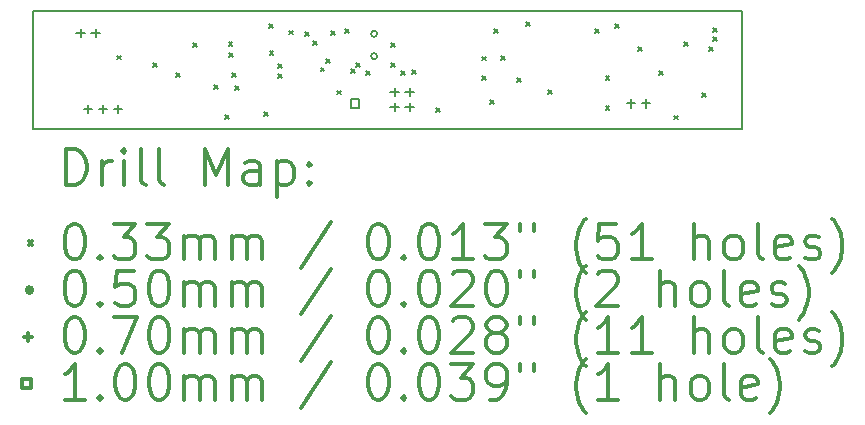
<source format=gbr>
%FSLAX45Y45*%
G04 Gerber Fmt 4.5, Leading zero omitted, Abs format (unit mm)*
G04 Created by KiCad (PCBNEW 5.0.1) date Sun 09 Dec 2018 03:50:43 PM EST*
%MOMM*%
%LPD*%
G01*
G04 APERTURE LIST*
%ADD10C,0.152400*%
%ADD11C,0.200000*%
%ADD12C,0.300000*%
G04 APERTURE END LIST*
D10*
X2500000Y-6000000D02*
X2500000Y-5000000D01*
X8500000Y-6000000D02*
X2500000Y-6000000D01*
X8500000Y-5000000D02*
X8500000Y-6000000D01*
X2500000Y-5000000D02*
X8500000Y-5000000D01*
D11*
X3211490Y-5378490D02*
X3244510Y-5411510D01*
X3244510Y-5378490D02*
X3211490Y-5411510D01*
X3515490Y-5444490D02*
X3548510Y-5477510D01*
X3548510Y-5444490D02*
X3515490Y-5477510D01*
X3707490Y-5524490D02*
X3740510Y-5557510D01*
X3740510Y-5524490D02*
X3707490Y-5557510D01*
X3854042Y-5272502D02*
X3887062Y-5305522D01*
X3887062Y-5272502D02*
X3854042Y-5305522D01*
X4026490Y-5624490D02*
X4059510Y-5657510D01*
X4059510Y-5624490D02*
X4026490Y-5657510D01*
X4124020Y-5878490D02*
X4157040Y-5911510D01*
X4157040Y-5878490D02*
X4124020Y-5911510D01*
X4152490Y-5267490D02*
X4185510Y-5300510D01*
X4185510Y-5267490D02*
X4152490Y-5300510D01*
X4159661Y-5359936D02*
X4192681Y-5392956D01*
X4192681Y-5359936D02*
X4159661Y-5392956D01*
X4184386Y-5528589D02*
X4217406Y-5561609D01*
X4217406Y-5528589D02*
X4184386Y-5561609D01*
X4211490Y-5637490D02*
X4244510Y-5670510D01*
X4244510Y-5637490D02*
X4211490Y-5670510D01*
X4456490Y-5853490D02*
X4489510Y-5886510D01*
X4489510Y-5853490D02*
X4456490Y-5886510D01*
X4491928Y-5114410D02*
X4524948Y-5147430D01*
X4524948Y-5114410D02*
X4491928Y-5147430D01*
X4499490Y-5337490D02*
X4532510Y-5370510D01*
X4532510Y-5337490D02*
X4499490Y-5370510D01*
X4569490Y-5447490D02*
X4602510Y-5480510D01*
X4602510Y-5447490D02*
X4569490Y-5480510D01*
X4569490Y-5537490D02*
X4602510Y-5570510D01*
X4602510Y-5537490D02*
X4569490Y-5570510D01*
X4662700Y-5166679D02*
X4695720Y-5199699D01*
X4695720Y-5166679D02*
X4662700Y-5199699D01*
X4801490Y-5181490D02*
X4834510Y-5214510D01*
X4834510Y-5181490D02*
X4801490Y-5214510D01*
X4864490Y-5253490D02*
X4897510Y-5286510D01*
X4897510Y-5253490D02*
X4864490Y-5286510D01*
X4931252Y-5479680D02*
X4964272Y-5512700D01*
X4964272Y-5479680D02*
X4931252Y-5512700D01*
X4976668Y-5404736D02*
X5009688Y-5437756D01*
X5009688Y-5404736D02*
X4976668Y-5437756D01*
X5020405Y-5168490D02*
X5053425Y-5201510D01*
X5053425Y-5168490D02*
X5020405Y-5201510D01*
X5067592Y-5675001D02*
X5100612Y-5708021D01*
X5100612Y-5675001D02*
X5067592Y-5708021D01*
X5135490Y-5153490D02*
X5168510Y-5186510D01*
X5168510Y-5153490D02*
X5135490Y-5186510D01*
X5187606Y-5493559D02*
X5220626Y-5526579D01*
X5220626Y-5493559D02*
X5187606Y-5526579D01*
X5228490Y-5442490D02*
X5261510Y-5475510D01*
X5261510Y-5442490D02*
X5228490Y-5475510D01*
X5319490Y-5510490D02*
X5352510Y-5543510D01*
X5352510Y-5510490D02*
X5319490Y-5543510D01*
X5528490Y-5272490D02*
X5561510Y-5305510D01*
X5561510Y-5272490D02*
X5528490Y-5305510D01*
X5528490Y-5445409D02*
X5561510Y-5478429D01*
X5561510Y-5445409D02*
X5528490Y-5478429D01*
X5613250Y-5511450D02*
X5646270Y-5544470D01*
X5646270Y-5511450D02*
X5613250Y-5544470D01*
X5703490Y-5497490D02*
X5736510Y-5530510D01*
X5736510Y-5497490D02*
X5703490Y-5530510D01*
X5908490Y-5822490D02*
X5941510Y-5855510D01*
X5941510Y-5822490D02*
X5908490Y-5855510D01*
X6298801Y-5387179D02*
X6331821Y-5420199D01*
X6331821Y-5387179D02*
X6298801Y-5420199D01*
X6298801Y-5552490D02*
X6331821Y-5585510D01*
X6331821Y-5552490D02*
X6298801Y-5585510D01*
X6364242Y-5754701D02*
X6397262Y-5787721D01*
X6397262Y-5754701D02*
X6364242Y-5787721D01*
X6398490Y-5152490D02*
X6431510Y-5185510D01*
X6431510Y-5152490D02*
X6398490Y-5185510D01*
X6456490Y-5380490D02*
X6489510Y-5413510D01*
X6489510Y-5380490D02*
X6456490Y-5413510D01*
X6596490Y-5569490D02*
X6629510Y-5602510D01*
X6629510Y-5569490D02*
X6596490Y-5602510D01*
X6673490Y-5092490D02*
X6706510Y-5125510D01*
X6706510Y-5092490D02*
X6673490Y-5125510D01*
X6859242Y-5669701D02*
X6892262Y-5702721D01*
X6892262Y-5669701D02*
X6859242Y-5702721D01*
X7258490Y-5152891D02*
X7291510Y-5185911D01*
X7291510Y-5152891D02*
X7258490Y-5185911D01*
X7344242Y-5554701D02*
X7377262Y-5587721D01*
X7377262Y-5554701D02*
X7344242Y-5587721D01*
X7344242Y-5804701D02*
X7377262Y-5837721D01*
X7377262Y-5804701D02*
X7344242Y-5837721D01*
X7423490Y-5112490D02*
X7456510Y-5145510D01*
X7456510Y-5112490D02*
X7423490Y-5145510D01*
X7623490Y-5307490D02*
X7656510Y-5340510D01*
X7656510Y-5307490D02*
X7623490Y-5340510D01*
X7795490Y-5509490D02*
X7828510Y-5542510D01*
X7828510Y-5509490D02*
X7795490Y-5542510D01*
X7925490Y-5886490D02*
X7958510Y-5919510D01*
X7958510Y-5886490D02*
X7925490Y-5919510D01*
X8008490Y-5267490D02*
X8041510Y-5300510D01*
X8041510Y-5267490D02*
X8008490Y-5300510D01*
X8158490Y-5692490D02*
X8191510Y-5725510D01*
X8191510Y-5692490D02*
X8158490Y-5725510D01*
X8218490Y-5307490D02*
X8251510Y-5340510D01*
X8251510Y-5307490D02*
X8218490Y-5340510D01*
X8258490Y-5142490D02*
X8291510Y-5175510D01*
X8291510Y-5142490D02*
X8258490Y-5175510D01*
X8258490Y-5220460D02*
X8291510Y-5253480D01*
X8291510Y-5220460D02*
X8258490Y-5253480D01*
X5410000Y-5194000D02*
G75*
G03X5410000Y-5194000I-25000J0D01*
G01*
X5410000Y-5384000D02*
G75*
G03X5410000Y-5384000I-25000J0D01*
G01*
X7563000Y-5749000D02*
X7563000Y-5819000D01*
X7528000Y-5784000D02*
X7598000Y-5784000D01*
X7690000Y-5749000D02*
X7690000Y-5819000D01*
X7655000Y-5784000D02*
X7725000Y-5784000D01*
X5558000Y-5649000D02*
X5558000Y-5719000D01*
X5523000Y-5684000D02*
X5593000Y-5684000D01*
X5558000Y-5776000D02*
X5558000Y-5846000D01*
X5523000Y-5811000D02*
X5593000Y-5811000D01*
X5685000Y-5649000D02*
X5685000Y-5719000D01*
X5650000Y-5684000D02*
X5720000Y-5684000D01*
X5685000Y-5776000D02*
X5685000Y-5846000D01*
X5650000Y-5811000D02*
X5720000Y-5811000D01*
X2900000Y-5155000D02*
X2900000Y-5225000D01*
X2865000Y-5190000D02*
X2935000Y-5190000D01*
X3027000Y-5155000D02*
X3027000Y-5225000D01*
X2992000Y-5190000D02*
X3062000Y-5190000D01*
X2960000Y-5795000D02*
X2960000Y-5865000D01*
X2925000Y-5830000D02*
X2995000Y-5830000D01*
X3087000Y-5795000D02*
X3087000Y-5865000D01*
X3052000Y-5830000D02*
X3122000Y-5830000D01*
X3214000Y-5795000D02*
X3214000Y-5865000D01*
X3179000Y-5830000D02*
X3249000Y-5830000D01*
X5260356Y-5819356D02*
X5260356Y-5748644D01*
X5189644Y-5748644D01*
X5189644Y-5819356D01*
X5260356Y-5819356D01*
D12*
X2778808Y-6473334D02*
X2778808Y-6173334D01*
X2850237Y-6173334D01*
X2893094Y-6187620D01*
X2921666Y-6216191D01*
X2935951Y-6244763D01*
X2950237Y-6301906D01*
X2950237Y-6344763D01*
X2935951Y-6401906D01*
X2921666Y-6430477D01*
X2893094Y-6459049D01*
X2850237Y-6473334D01*
X2778808Y-6473334D01*
X3078808Y-6473334D02*
X3078808Y-6273334D01*
X3078808Y-6330477D02*
X3093094Y-6301906D01*
X3107380Y-6287620D01*
X3135951Y-6273334D01*
X3164523Y-6273334D01*
X3264523Y-6473334D02*
X3264523Y-6273334D01*
X3264523Y-6173334D02*
X3250237Y-6187620D01*
X3264523Y-6201906D01*
X3278808Y-6187620D01*
X3264523Y-6173334D01*
X3264523Y-6201906D01*
X3450237Y-6473334D02*
X3421666Y-6459049D01*
X3407380Y-6430477D01*
X3407380Y-6173334D01*
X3607380Y-6473334D02*
X3578808Y-6459049D01*
X3564523Y-6430477D01*
X3564523Y-6173334D01*
X3950237Y-6473334D02*
X3950237Y-6173334D01*
X4050237Y-6387620D01*
X4150237Y-6173334D01*
X4150237Y-6473334D01*
X4421666Y-6473334D02*
X4421666Y-6316191D01*
X4407380Y-6287620D01*
X4378808Y-6273334D01*
X4321666Y-6273334D01*
X4293094Y-6287620D01*
X4421666Y-6459049D02*
X4393094Y-6473334D01*
X4321666Y-6473334D01*
X4293094Y-6459049D01*
X4278808Y-6430477D01*
X4278808Y-6401906D01*
X4293094Y-6373334D01*
X4321666Y-6359049D01*
X4393094Y-6359049D01*
X4421666Y-6344763D01*
X4564523Y-6273334D02*
X4564523Y-6573334D01*
X4564523Y-6287620D02*
X4593094Y-6273334D01*
X4650237Y-6273334D01*
X4678808Y-6287620D01*
X4693094Y-6301906D01*
X4707380Y-6330477D01*
X4707380Y-6416191D01*
X4693094Y-6444763D01*
X4678808Y-6459049D01*
X4650237Y-6473334D01*
X4593094Y-6473334D01*
X4564523Y-6459049D01*
X4835951Y-6444763D02*
X4850237Y-6459049D01*
X4835951Y-6473334D01*
X4821666Y-6459049D01*
X4835951Y-6444763D01*
X4835951Y-6473334D01*
X4835951Y-6287620D02*
X4850237Y-6301906D01*
X4835951Y-6316191D01*
X4821666Y-6301906D01*
X4835951Y-6287620D01*
X4835951Y-6316191D01*
X2459360Y-6951110D02*
X2492380Y-6984130D01*
X2492380Y-6951110D02*
X2459360Y-6984130D01*
X2835951Y-6803334D02*
X2864523Y-6803334D01*
X2893094Y-6817620D01*
X2907380Y-6831906D01*
X2921666Y-6860477D01*
X2935951Y-6917620D01*
X2935951Y-6989049D01*
X2921666Y-7046191D01*
X2907380Y-7074763D01*
X2893094Y-7089049D01*
X2864523Y-7103334D01*
X2835951Y-7103334D01*
X2807380Y-7089049D01*
X2793094Y-7074763D01*
X2778808Y-7046191D01*
X2764523Y-6989049D01*
X2764523Y-6917620D01*
X2778808Y-6860477D01*
X2793094Y-6831906D01*
X2807380Y-6817620D01*
X2835951Y-6803334D01*
X3064523Y-7074763D02*
X3078808Y-7089049D01*
X3064523Y-7103334D01*
X3050237Y-7089049D01*
X3064523Y-7074763D01*
X3064523Y-7103334D01*
X3178808Y-6803334D02*
X3364523Y-6803334D01*
X3264523Y-6917620D01*
X3307380Y-6917620D01*
X3335951Y-6931906D01*
X3350237Y-6946191D01*
X3364523Y-6974763D01*
X3364523Y-7046191D01*
X3350237Y-7074763D01*
X3335951Y-7089049D01*
X3307380Y-7103334D01*
X3221666Y-7103334D01*
X3193094Y-7089049D01*
X3178808Y-7074763D01*
X3464523Y-6803334D02*
X3650237Y-6803334D01*
X3550237Y-6917620D01*
X3593094Y-6917620D01*
X3621666Y-6931906D01*
X3635951Y-6946191D01*
X3650237Y-6974763D01*
X3650237Y-7046191D01*
X3635951Y-7074763D01*
X3621666Y-7089049D01*
X3593094Y-7103334D01*
X3507380Y-7103334D01*
X3478808Y-7089049D01*
X3464523Y-7074763D01*
X3778808Y-7103334D02*
X3778808Y-6903334D01*
X3778808Y-6931906D02*
X3793094Y-6917620D01*
X3821666Y-6903334D01*
X3864523Y-6903334D01*
X3893094Y-6917620D01*
X3907380Y-6946191D01*
X3907380Y-7103334D01*
X3907380Y-6946191D02*
X3921666Y-6917620D01*
X3950237Y-6903334D01*
X3993094Y-6903334D01*
X4021666Y-6917620D01*
X4035951Y-6946191D01*
X4035951Y-7103334D01*
X4178808Y-7103334D02*
X4178808Y-6903334D01*
X4178808Y-6931906D02*
X4193094Y-6917620D01*
X4221666Y-6903334D01*
X4264523Y-6903334D01*
X4293094Y-6917620D01*
X4307380Y-6946191D01*
X4307380Y-7103334D01*
X4307380Y-6946191D02*
X4321666Y-6917620D01*
X4350237Y-6903334D01*
X4393094Y-6903334D01*
X4421666Y-6917620D01*
X4435951Y-6946191D01*
X4435951Y-7103334D01*
X5021666Y-6789049D02*
X4764523Y-7174763D01*
X5407380Y-6803334D02*
X5435951Y-6803334D01*
X5464523Y-6817620D01*
X5478808Y-6831906D01*
X5493094Y-6860477D01*
X5507380Y-6917620D01*
X5507380Y-6989049D01*
X5493094Y-7046191D01*
X5478808Y-7074763D01*
X5464523Y-7089049D01*
X5435951Y-7103334D01*
X5407380Y-7103334D01*
X5378808Y-7089049D01*
X5364523Y-7074763D01*
X5350237Y-7046191D01*
X5335951Y-6989049D01*
X5335951Y-6917620D01*
X5350237Y-6860477D01*
X5364523Y-6831906D01*
X5378808Y-6817620D01*
X5407380Y-6803334D01*
X5635951Y-7074763D02*
X5650237Y-7089049D01*
X5635951Y-7103334D01*
X5621666Y-7089049D01*
X5635951Y-7074763D01*
X5635951Y-7103334D01*
X5835951Y-6803334D02*
X5864523Y-6803334D01*
X5893094Y-6817620D01*
X5907380Y-6831906D01*
X5921666Y-6860477D01*
X5935951Y-6917620D01*
X5935951Y-6989049D01*
X5921666Y-7046191D01*
X5907380Y-7074763D01*
X5893094Y-7089049D01*
X5864523Y-7103334D01*
X5835951Y-7103334D01*
X5807380Y-7089049D01*
X5793094Y-7074763D01*
X5778808Y-7046191D01*
X5764523Y-6989049D01*
X5764523Y-6917620D01*
X5778808Y-6860477D01*
X5793094Y-6831906D01*
X5807380Y-6817620D01*
X5835951Y-6803334D01*
X6221666Y-7103334D02*
X6050237Y-7103334D01*
X6135951Y-7103334D02*
X6135951Y-6803334D01*
X6107380Y-6846191D01*
X6078808Y-6874763D01*
X6050237Y-6889049D01*
X6321666Y-6803334D02*
X6507380Y-6803334D01*
X6407380Y-6917620D01*
X6450237Y-6917620D01*
X6478808Y-6931906D01*
X6493094Y-6946191D01*
X6507380Y-6974763D01*
X6507380Y-7046191D01*
X6493094Y-7074763D01*
X6478808Y-7089049D01*
X6450237Y-7103334D01*
X6364523Y-7103334D01*
X6335951Y-7089049D01*
X6321666Y-7074763D01*
X6621666Y-6803334D02*
X6621666Y-6860477D01*
X6735951Y-6803334D02*
X6735951Y-6860477D01*
X7178808Y-7217620D02*
X7164523Y-7203334D01*
X7135951Y-7160477D01*
X7121666Y-7131906D01*
X7107380Y-7089049D01*
X7093094Y-7017620D01*
X7093094Y-6960477D01*
X7107380Y-6889049D01*
X7121666Y-6846191D01*
X7135951Y-6817620D01*
X7164523Y-6774763D01*
X7178808Y-6760477D01*
X7435951Y-6803334D02*
X7293094Y-6803334D01*
X7278808Y-6946191D01*
X7293094Y-6931906D01*
X7321666Y-6917620D01*
X7393094Y-6917620D01*
X7421666Y-6931906D01*
X7435951Y-6946191D01*
X7450237Y-6974763D01*
X7450237Y-7046191D01*
X7435951Y-7074763D01*
X7421666Y-7089049D01*
X7393094Y-7103334D01*
X7321666Y-7103334D01*
X7293094Y-7089049D01*
X7278808Y-7074763D01*
X7735951Y-7103334D02*
X7564523Y-7103334D01*
X7650237Y-7103334D02*
X7650237Y-6803334D01*
X7621666Y-6846191D01*
X7593094Y-6874763D01*
X7564523Y-6889049D01*
X8093094Y-7103334D02*
X8093094Y-6803334D01*
X8221666Y-7103334D02*
X8221666Y-6946191D01*
X8207380Y-6917620D01*
X8178808Y-6903334D01*
X8135951Y-6903334D01*
X8107380Y-6917620D01*
X8093094Y-6931906D01*
X8407380Y-7103334D02*
X8378808Y-7089049D01*
X8364523Y-7074763D01*
X8350237Y-7046191D01*
X8350237Y-6960477D01*
X8364523Y-6931906D01*
X8378808Y-6917620D01*
X8407380Y-6903334D01*
X8450237Y-6903334D01*
X8478808Y-6917620D01*
X8493094Y-6931906D01*
X8507380Y-6960477D01*
X8507380Y-7046191D01*
X8493094Y-7074763D01*
X8478808Y-7089049D01*
X8450237Y-7103334D01*
X8407380Y-7103334D01*
X8678808Y-7103334D02*
X8650237Y-7089049D01*
X8635951Y-7060477D01*
X8635951Y-6803334D01*
X8907380Y-7089049D02*
X8878808Y-7103334D01*
X8821666Y-7103334D01*
X8793094Y-7089049D01*
X8778808Y-7060477D01*
X8778808Y-6946191D01*
X8793094Y-6917620D01*
X8821666Y-6903334D01*
X8878808Y-6903334D01*
X8907380Y-6917620D01*
X8921666Y-6946191D01*
X8921666Y-6974763D01*
X8778808Y-7003334D01*
X9035951Y-7089049D02*
X9064523Y-7103334D01*
X9121666Y-7103334D01*
X9150237Y-7089049D01*
X9164523Y-7060477D01*
X9164523Y-7046191D01*
X9150237Y-7017620D01*
X9121666Y-7003334D01*
X9078808Y-7003334D01*
X9050237Y-6989049D01*
X9035951Y-6960477D01*
X9035951Y-6946191D01*
X9050237Y-6917620D01*
X9078808Y-6903334D01*
X9121666Y-6903334D01*
X9150237Y-6917620D01*
X9264523Y-7217620D02*
X9278808Y-7203334D01*
X9307380Y-7160477D01*
X9321666Y-7131906D01*
X9335951Y-7089049D01*
X9350237Y-7017620D01*
X9350237Y-6960477D01*
X9335951Y-6889049D01*
X9321666Y-6846191D01*
X9307380Y-6817620D01*
X9278808Y-6774763D01*
X9264523Y-6760477D01*
X2492380Y-7363620D02*
G75*
G03X2492380Y-7363620I-25000J0D01*
G01*
X2835951Y-7199334D02*
X2864523Y-7199334D01*
X2893094Y-7213620D01*
X2907380Y-7227906D01*
X2921666Y-7256477D01*
X2935951Y-7313620D01*
X2935951Y-7385049D01*
X2921666Y-7442191D01*
X2907380Y-7470763D01*
X2893094Y-7485049D01*
X2864523Y-7499334D01*
X2835951Y-7499334D01*
X2807380Y-7485049D01*
X2793094Y-7470763D01*
X2778808Y-7442191D01*
X2764523Y-7385049D01*
X2764523Y-7313620D01*
X2778808Y-7256477D01*
X2793094Y-7227906D01*
X2807380Y-7213620D01*
X2835951Y-7199334D01*
X3064523Y-7470763D02*
X3078808Y-7485049D01*
X3064523Y-7499334D01*
X3050237Y-7485049D01*
X3064523Y-7470763D01*
X3064523Y-7499334D01*
X3350237Y-7199334D02*
X3207380Y-7199334D01*
X3193094Y-7342191D01*
X3207380Y-7327906D01*
X3235951Y-7313620D01*
X3307380Y-7313620D01*
X3335951Y-7327906D01*
X3350237Y-7342191D01*
X3364523Y-7370763D01*
X3364523Y-7442191D01*
X3350237Y-7470763D01*
X3335951Y-7485049D01*
X3307380Y-7499334D01*
X3235951Y-7499334D01*
X3207380Y-7485049D01*
X3193094Y-7470763D01*
X3550237Y-7199334D02*
X3578808Y-7199334D01*
X3607380Y-7213620D01*
X3621666Y-7227906D01*
X3635951Y-7256477D01*
X3650237Y-7313620D01*
X3650237Y-7385049D01*
X3635951Y-7442191D01*
X3621666Y-7470763D01*
X3607380Y-7485049D01*
X3578808Y-7499334D01*
X3550237Y-7499334D01*
X3521666Y-7485049D01*
X3507380Y-7470763D01*
X3493094Y-7442191D01*
X3478808Y-7385049D01*
X3478808Y-7313620D01*
X3493094Y-7256477D01*
X3507380Y-7227906D01*
X3521666Y-7213620D01*
X3550237Y-7199334D01*
X3778808Y-7499334D02*
X3778808Y-7299334D01*
X3778808Y-7327906D02*
X3793094Y-7313620D01*
X3821666Y-7299334D01*
X3864523Y-7299334D01*
X3893094Y-7313620D01*
X3907380Y-7342191D01*
X3907380Y-7499334D01*
X3907380Y-7342191D02*
X3921666Y-7313620D01*
X3950237Y-7299334D01*
X3993094Y-7299334D01*
X4021666Y-7313620D01*
X4035951Y-7342191D01*
X4035951Y-7499334D01*
X4178808Y-7499334D02*
X4178808Y-7299334D01*
X4178808Y-7327906D02*
X4193094Y-7313620D01*
X4221666Y-7299334D01*
X4264523Y-7299334D01*
X4293094Y-7313620D01*
X4307380Y-7342191D01*
X4307380Y-7499334D01*
X4307380Y-7342191D02*
X4321666Y-7313620D01*
X4350237Y-7299334D01*
X4393094Y-7299334D01*
X4421666Y-7313620D01*
X4435951Y-7342191D01*
X4435951Y-7499334D01*
X5021666Y-7185049D02*
X4764523Y-7570763D01*
X5407380Y-7199334D02*
X5435951Y-7199334D01*
X5464523Y-7213620D01*
X5478808Y-7227906D01*
X5493094Y-7256477D01*
X5507380Y-7313620D01*
X5507380Y-7385049D01*
X5493094Y-7442191D01*
X5478808Y-7470763D01*
X5464523Y-7485049D01*
X5435951Y-7499334D01*
X5407380Y-7499334D01*
X5378808Y-7485049D01*
X5364523Y-7470763D01*
X5350237Y-7442191D01*
X5335951Y-7385049D01*
X5335951Y-7313620D01*
X5350237Y-7256477D01*
X5364523Y-7227906D01*
X5378808Y-7213620D01*
X5407380Y-7199334D01*
X5635951Y-7470763D02*
X5650237Y-7485049D01*
X5635951Y-7499334D01*
X5621666Y-7485049D01*
X5635951Y-7470763D01*
X5635951Y-7499334D01*
X5835951Y-7199334D02*
X5864523Y-7199334D01*
X5893094Y-7213620D01*
X5907380Y-7227906D01*
X5921666Y-7256477D01*
X5935951Y-7313620D01*
X5935951Y-7385049D01*
X5921666Y-7442191D01*
X5907380Y-7470763D01*
X5893094Y-7485049D01*
X5864523Y-7499334D01*
X5835951Y-7499334D01*
X5807380Y-7485049D01*
X5793094Y-7470763D01*
X5778808Y-7442191D01*
X5764523Y-7385049D01*
X5764523Y-7313620D01*
X5778808Y-7256477D01*
X5793094Y-7227906D01*
X5807380Y-7213620D01*
X5835951Y-7199334D01*
X6050237Y-7227906D02*
X6064523Y-7213620D01*
X6093094Y-7199334D01*
X6164523Y-7199334D01*
X6193094Y-7213620D01*
X6207380Y-7227906D01*
X6221666Y-7256477D01*
X6221666Y-7285049D01*
X6207380Y-7327906D01*
X6035951Y-7499334D01*
X6221666Y-7499334D01*
X6407380Y-7199334D02*
X6435951Y-7199334D01*
X6464523Y-7213620D01*
X6478808Y-7227906D01*
X6493094Y-7256477D01*
X6507380Y-7313620D01*
X6507380Y-7385049D01*
X6493094Y-7442191D01*
X6478808Y-7470763D01*
X6464523Y-7485049D01*
X6435951Y-7499334D01*
X6407380Y-7499334D01*
X6378808Y-7485049D01*
X6364523Y-7470763D01*
X6350237Y-7442191D01*
X6335951Y-7385049D01*
X6335951Y-7313620D01*
X6350237Y-7256477D01*
X6364523Y-7227906D01*
X6378808Y-7213620D01*
X6407380Y-7199334D01*
X6621666Y-7199334D02*
X6621666Y-7256477D01*
X6735951Y-7199334D02*
X6735951Y-7256477D01*
X7178808Y-7613620D02*
X7164523Y-7599334D01*
X7135951Y-7556477D01*
X7121666Y-7527906D01*
X7107380Y-7485049D01*
X7093094Y-7413620D01*
X7093094Y-7356477D01*
X7107380Y-7285049D01*
X7121666Y-7242191D01*
X7135951Y-7213620D01*
X7164523Y-7170763D01*
X7178808Y-7156477D01*
X7278808Y-7227906D02*
X7293094Y-7213620D01*
X7321666Y-7199334D01*
X7393094Y-7199334D01*
X7421666Y-7213620D01*
X7435951Y-7227906D01*
X7450237Y-7256477D01*
X7450237Y-7285049D01*
X7435951Y-7327906D01*
X7264523Y-7499334D01*
X7450237Y-7499334D01*
X7807380Y-7499334D02*
X7807380Y-7199334D01*
X7935951Y-7499334D02*
X7935951Y-7342191D01*
X7921666Y-7313620D01*
X7893094Y-7299334D01*
X7850237Y-7299334D01*
X7821666Y-7313620D01*
X7807380Y-7327906D01*
X8121666Y-7499334D02*
X8093094Y-7485049D01*
X8078808Y-7470763D01*
X8064523Y-7442191D01*
X8064523Y-7356477D01*
X8078808Y-7327906D01*
X8093094Y-7313620D01*
X8121666Y-7299334D01*
X8164523Y-7299334D01*
X8193094Y-7313620D01*
X8207380Y-7327906D01*
X8221666Y-7356477D01*
X8221666Y-7442191D01*
X8207380Y-7470763D01*
X8193094Y-7485049D01*
X8164523Y-7499334D01*
X8121666Y-7499334D01*
X8393094Y-7499334D02*
X8364523Y-7485049D01*
X8350237Y-7456477D01*
X8350237Y-7199334D01*
X8621666Y-7485049D02*
X8593094Y-7499334D01*
X8535951Y-7499334D01*
X8507380Y-7485049D01*
X8493094Y-7456477D01*
X8493094Y-7342191D01*
X8507380Y-7313620D01*
X8535951Y-7299334D01*
X8593094Y-7299334D01*
X8621666Y-7313620D01*
X8635951Y-7342191D01*
X8635951Y-7370763D01*
X8493094Y-7399334D01*
X8750237Y-7485049D02*
X8778808Y-7499334D01*
X8835951Y-7499334D01*
X8864523Y-7485049D01*
X8878808Y-7456477D01*
X8878808Y-7442191D01*
X8864523Y-7413620D01*
X8835951Y-7399334D01*
X8793094Y-7399334D01*
X8764523Y-7385049D01*
X8750237Y-7356477D01*
X8750237Y-7342191D01*
X8764523Y-7313620D01*
X8793094Y-7299334D01*
X8835951Y-7299334D01*
X8864523Y-7313620D01*
X8978808Y-7613620D02*
X8993094Y-7599334D01*
X9021666Y-7556477D01*
X9035951Y-7527906D01*
X9050237Y-7485049D01*
X9064523Y-7413620D01*
X9064523Y-7356477D01*
X9050237Y-7285049D01*
X9035951Y-7242191D01*
X9021666Y-7213620D01*
X8993094Y-7170763D01*
X8978808Y-7156477D01*
X2457380Y-7724620D02*
X2457380Y-7794620D01*
X2422380Y-7759620D02*
X2492380Y-7759620D01*
X2835951Y-7595334D02*
X2864523Y-7595334D01*
X2893094Y-7609620D01*
X2907380Y-7623906D01*
X2921666Y-7652477D01*
X2935951Y-7709620D01*
X2935951Y-7781049D01*
X2921666Y-7838191D01*
X2907380Y-7866763D01*
X2893094Y-7881049D01*
X2864523Y-7895334D01*
X2835951Y-7895334D01*
X2807380Y-7881049D01*
X2793094Y-7866763D01*
X2778808Y-7838191D01*
X2764523Y-7781049D01*
X2764523Y-7709620D01*
X2778808Y-7652477D01*
X2793094Y-7623906D01*
X2807380Y-7609620D01*
X2835951Y-7595334D01*
X3064523Y-7866763D02*
X3078808Y-7881049D01*
X3064523Y-7895334D01*
X3050237Y-7881049D01*
X3064523Y-7866763D01*
X3064523Y-7895334D01*
X3178808Y-7595334D02*
X3378808Y-7595334D01*
X3250237Y-7895334D01*
X3550237Y-7595334D02*
X3578808Y-7595334D01*
X3607380Y-7609620D01*
X3621666Y-7623906D01*
X3635951Y-7652477D01*
X3650237Y-7709620D01*
X3650237Y-7781049D01*
X3635951Y-7838191D01*
X3621666Y-7866763D01*
X3607380Y-7881049D01*
X3578808Y-7895334D01*
X3550237Y-7895334D01*
X3521666Y-7881049D01*
X3507380Y-7866763D01*
X3493094Y-7838191D01*
X3478808Y-7781049D01*
X3478808Y-7709620D01*
X3493094Y-7652477D01*
X3507380Y-7623906D01*
X3521666Y-7609620D01*
X3550237Y-7595334D01*
X3778808Y-7895334D02*
X3778808Y-7695334D01*
X3778808Y-7723906D02*
X3793094Y-7709620D01*
X3821666Y-7695334D01*
X3864523Y-7695334D01*
X3893094Y-7709620D01*
X3907380Y-7738191D01*
X3907380Y-7895334D01*
X3907380Y-7738191D02*
X3921666Y-7709620D01*
X3950237Y-7695334D01*
X3993094Y-7695334D01*
X4021666Y-7709620D01*
X4035951Y-7738191D01*
X4035951Y-7895334D01*
X4178808Y-7895334D02*
X4178808Y-7695334D01*
X4178808Y-7723906D02*
X4193094Y-7709620D01*
X4221666Y-7695334D01*
X4264523Y-7695334D01*
X4293094Y-7709620D01*
X4307380Y-7738191D01*
X4307380Y-7895334D01*
X4307380Y-7738191D02*
X4321666Y-7709620D01*
X4350237Y-7695334D01*
X4393094Y-7695334D01*
X4421666Y-7709620D01*
X4435951Y-7738191D01*
X4435951Y-7895334D01*
X5021666Y-7581049D02*
X4764523Y-7966763D01*
X5407380Y-7595334D02*
X5435951Y-7595334D01*
X5464523Y-7609620D01*
X5478808Y-7623906D01*
X5493094Y-7652477D01*
X5507380Y-7709620D01*
X5507380Y-7781049D01*
X5493094Y-7838191D01*
X5478808Y-7866763D01*
X5464523Y-7881049D01*
X5435951Y-7895334D01*
X5407380Y-7895334D01*
X5378808Y-7881049D01*
X5364523Y-7866763D01*
X5350237Y-7838191D01*
X5335951Y-7781049D01*
X5335951Y-7709620D01*
X5350237Y-7652477D01*
X5364523Y-7623906D01*
X5378808Y-7609620D01*
X5407380Y-7595334D01*
X5635951Y-7866763D02*
X5650237Y-7881049D01*
X5635951Y-7895334D01*
X5621666Y-7881049D01*
X5635951Y-7866763D01*
X5635951Y-7895334D01*
X5835951Y-7595334D02*
X5864523Y-7595334D01*
X5893094Y-7609620D01*
X5907380Y-7623906D01*
X5921666Y-7652477D01*
X5935951Y-7709620D01*
X5935951Y-7781049D01*
X5921666Y-7838191D01*
X5907380Y-7866763D01*
X5893094Y-7881049D01*
X5864523Y-7895334D01*
X5835951Y-7895334D01*
X5807380Y-7881049D01*
X5793094Y-7866763D01*
X5778808Y-7838191D01*
X5764523Y-7781049D01*
X5764523Y-7709620D01*
X5778808Y-7652477D01*
X5793094Y-7623906D01*
X5807380Y-7609620D01*
X5835951Y-7595334D01*
X6050237Y-7623906D02*
X6064523Y-7609620D01*
X6093094Y-7595334D01*
X6164523Y-7595334D01*
X6193094Y-7609620D01*
X6207380Y-7623906D01*
X6221666Y-7652477D01*
X6221666Y-7681049D01*
X6207380Y-7723906D01*
X6035951Y-7895334D01*
X6221666Y-7895334D01*
X6393094Y-7723906D02*
X6364523Y-7709620D01*
X6350237Y-7695334D01*
X6335951Y-7666763D01*
X6335951Y-7652477D01*
X6350237Y-7623906D01*
X6364523Y-7609620D01*
X6393094Y-7595334D01*
X6450237Y-7595334D01*
X6478808Y-7609620D01*
X6493094Y-7623906D01*
X6507380Y-7652477D01*
X6507380Y-7666763D01*
X6493094Y-7695334D01*
X6478808Y-7709620D01*
X6450237Y-7723906D01*
X6393094Y-7723906D01*
X6364523Y-7738191D01*
X6350237Y-7752477D01*
X6335951Y-7781049D01*
X6335951Y-7838191D01*
X6350237Y-7866763D01*
X6364523Y-7881049D01*
X6393094Y-7895334D01*
X6450237Y-7895334D01*
X6478808Y-7881049D01*
X6493094Y-7866763D01*
X6507380Y-7838191D01*
X6507380Y-7781049D01*
X6493094Y-7752477D01*
X6478808Y-7738191D01*
X6450237Y-7723906D01*
X6621666Y-7595334D02*
X6621666Y-7652477D01*
X6735951Y-7595334D02*
X6735951Y-7652477D01*
X7178808Y-8009620D02*
X7164523Y-7995334D01*
X7135951Y-7952477D01*
X7121666Y-7923906D01*
X7107380Y-7881049D01*
X7093094Y-7809620D01*
X7093094Y-7752477D01*
X7107380Y-7681049D01*
X7121666Y-7638191D01*
X7135951Y-7609620D01*
X7164523Y-7566763D01*
X7178808Y-7552477D01*
X7450237Y-7895334D02*
X7278808Y-7895334D01*
X7364523Y-7895334D02*
X7364523Y-7595334D01*
X7335951Y-7638191D01*
X7307380Y-7666763D01*
X7278808Y-7681049D01*
X7735951Y-7895334D02*
X7564523Y-7895334D01*
X7650237Y-7895334D02*
X7650237Y-7595334D01*
X7621666Y-7638191D01*
X7593094Y-7666763D01*
X7564523Y-7681049D01*
X8093094Y-7895334D02*
X8093094Y-7595334D01*
X8221666Y-7895334D02*
X8221666Y-7738191D01*
X8207380Y-7709620D01*
X8178808Y-7695334D01*
X8135951Y-7695334D01*
X8107380Y-7709620D01*
X8093094Y-7723906D01*
X8407380Y-7895334D02*
X8378808Y-7881049D01*
X8364523Y-7866763D01*
X8350237Y-7838191D01*
X8350237Y-7752477D01*
X8364523Y-7723906D01*
X8378808Y-7709620D01*
X8407380Y-7695334D01*
X8450237Y-7695334D01*
X8478808Y-7709620D01*
X8493094Y-7723906D01*
X8507380Y-7752477D01*
X8507380Y-7838191D01*
X8493094Y-7866763D01*
X8478808Y-7881049D01*
X8450237Y-7895334D01*
X8407380Y-7895334D01*
X8678808Y-7895334D02*
X8650237Y-7881049D01*
X8635951Y-7852477D01*
X8635951Y-7595334D01*
X8907380Y-7881049D02*
X8878808Y-7895334D01*
X8821666Y-7895334D01*
X8793094Y-7881049D01*
X8778808Y-7852477D01*
X8778808Y-7738191D01*
X8793094Y-7709620D01*
X8821666Y-7695334D01*
X8878808Y-7695334D01*
X8907380Y-7709620D01*
X8921666Y-7738191D01*
X8921666Y-7766763D01*
X8778808Y-7795334D01*
X9035951Y-7881049D02*
X9064523Y-7895334D01*
X9121666Y-7895334D01*
X9150237Y-7881049D01*
X9164523Y-7852477D01*
X9164523Y-7838191D01*
X9150237Y-7809620D01*
X9121666Y-7795334D01*
X9078808Y-7795334D01*
X9050237Y-7781049D01*
X9035951Y-7752477D01*
X9035951Y-7738191D01*
X9050237Y-7709620D01*
X9078808Y-7695334D01*
X9121666Y-7695334D01*
X9150237Y-7709620D01*
X9264523Y-8009620D02*
X9278808Y-7995334D01*
X9307380Y-7952477D01*
X9321666Y-7923906D01*
X9335951Y-7881049D01*
X9350237Y-7809620D01*
X9350237Y-7752477D01*
X9335951Y-7681049D01*
X9321666Y-7638191D01*
X9307380Y-7609620D01*
X9278808Y-7566763D01*
X9264523Y-7552477D01*
X2477736Y-8190976D02*
X2477736Y-8120264D01*
X2407024Y-8120264D01*
X2407024Y-8190976D01*
X2477736Y-8190976D01*
X2935951Y-8291334D02*
X2764523Y-8291334D01*
X2850237Y-8291334D02*
X2850237Y-7991334D01*
X2821666Y-8034191D01*
X2793094Y-8062763D01*
X2764523Y-8077049D01*
X3064523Y-8262763D02*
X3078808Y-8277049D01*
X3064523Y-8291334D01*
X3050237Y-8277049D01*
X3064523Y-8262763D01*
X3064523Y-8291334D01*
X3264523Y-7991334D02*
X3293094Y-7991334D01*
X3321666Y-8005620D01*
X3335951Y-8019906D01*
X3350237Y-8048477D01*
X3364523Y-8105620D01*
X3364523Y-8177049D01*
X3350237Y-8234191D01*
X3335951Y-8262763D01*
X3321666Y-8277049D01*
X3293094Y-8291334D01*
X3264523Y-8291334D01*
X3235951Y-8277049D01*
X3221666Y-8262763D01*
X3207380Y-8234191D01*
X3193094Y-8177049D01*
X3193094Y-8105620D01*
X3207380Y-8048477D01*
X3221666Y-8019906D01*
X3235951Y-8005620D01*
X3264523Y-7991334D01*
X3550237Y-7991334D02*
X3578808Y-7991334D01*
X3607380Y-8005620D01*
X3621666Y-8019906D01*
X3635951Y-8048477D01*
X3650237Y-8105620D01*
X3650237Y-8177049D01*
X3635951Y-8234191D01*
X3621666Y-8262763D01*
X3607380Y-8277049D01*
X3578808Y-8291334D01*
X3550237Y-8291334D01*
X3521666Y-8277049D01*
X3507380Y-8262763D01*
X3493094Y-8234191D01*
X3478808Y-8177049D01*
X3478808Y-8105620D01*
X3493094Y-8048477D01*
X3507380Y-8019906D01*
X3521666Y-8005620D01*
X3550237Y-7991334D01*
X3778808Y-8291334D02*
X3778808Y-8091334D01*
X3778808Y-8119906D02*
X3793094Y-8105620D01*
X3821666Y-8091334D01*
X3864523Y-8091334D01*
X3893094Y-8105620D01*
X3907380Y-8134191D01*
X3907380Y-8291334D01*
X3907380Y-8134191D02*
X3921666Y-8105620D01*
X3950237Y-8091334D01*
X3993094Y-8091334D01*
X4021666Y-8105620D01*
X4035951Y-8134191D01*
X4035951Y-8291334D01*
X4178808Y-8291334D02*
X4178808Y-8091334D01*
X4178808Y-8119906D02*
X4193094Y-8105620D01*
X4221666Y-8091334D01*
X4264523Y-8091334D01*
X4293094Y-8105620D01*
X4307380Y-8134191D01*
X4307380Y-8291334D01*
X4307380Y-8134191D02*
X4321666Y-8105620D01*
X4350237Y-8091334D01*
X4393094Y-8091334D01*
X4421666Y-8105620D01*
X4435951Y-8134191D01*
X4435951Y-8291334D01*
X5021666Y-7977049D02*
X4764523Y-8362763D01*
X5407380Y-7991334D02*
X5435951Y-7991334D01*
X5464523Y-8005620D01*
X5478808Y-8019906D01*
X5493094Y-8048477D01*
X5507380Y-8105620D01*
X5507380Y-8177049D01*
X5493094Y-8234191D01*
X5478808Y-8262763D01*
X5464523Y-8277049D01*
X5435951Y-8291334D01*
X5407380Y-8291334D01*
X5378808Y-8277049D01*
X5364523Y-8262763D01*
X5350237Y-8234191D01*
X5335951Y-8177049D01*
X5335951Y-8105620D01*
X5350237Y-8048477D01*
X5364523Y-8019906D01*
X5378808Y-8005620D01*
X5407380Y-7991334D01*
X5635951Y-8262763D02*
X5650237Y-8277049D01*
X5635951Y-8291334D01*
X5621666Y-8277049D01*
X5635951Y-8262763D01*
X5635951Y-8291334D01*
X5835951Y-7991334D02*
X5864523Y-7991334D01*
X5893094Y-8005620D01*
X5907380Y-8019906D01*
X5921666Y-8048477D01*
X5935951Y-8105620D01*
X5935951Y-8177049D01*
X5921666Y-8234191D01*
X5907380Y-8262763D01*
X5893094Y-8277049D01*
X5864523Y-8291334D01*
X5835951Y-8291334D01*
X5807380Y-8277049D01*
X5793094Y-8262763D01*
X5778808Y-8234191D01*
X5764523Y-8177049D01*
X5764523Y-8105620D01*
X5778808Y-8048477D01*
X5793094Y-8019906D01*
X5807380Y-8005620D01*
X5835951Y-7991334D01*
X6035951Y-7991334D02*
X6221666Y-7991334D01*
X6121666Y-8105620D01*
X6164523Y-8105620D01*
X6193094Y-8119906D01*
X6207380Y-8134191D01*
X6221666Y-8162763D01*
X6221666Y-8234191D01*
X6207380Y-8262763D01*
X6193094Y-8277049D01*
X6164523Y-8291334D01*
X6078808Y-8291334D01*
X6050237Y-8277049D01*
X6035951Y-8262763D01*
X6364523Y-8291334D02*
X6421666Y-8291334D01*
X6450237Y-8277049D01*
X6464523Y-8262763D01*
X6493094Y-8219906D01*
X6507380Y-8162763D01*
X6507380Y-8048477D01*
X6493094Y-8019906D01*
X6478808Y-8005620D01*
X6450237Y-7991334D01*
X6393094Y-7991334D01*
X6364523Y-8005620D01*
X6350237Y-8019906D01*
X6335951Y-8048477D01*
X6335951Y-8119906D01*
X6350237Y-8148477D01*
X6364523Y-8162763D01*
X6393094Y-8177049D01*
X6450237Y-8177049D01*
X6478808Y-8162763D01*
X6493094Y-8148477D01*
X6507380Y-8119906D01*
X6621666Y-7991334D02*
X6621666Y-8048477D01*
X6735951Y-7991334D02*
X6735951Y-8048477D01*
X7178808Y-8405620D02*
X7164523Y-8391334D01*
X7135951Y-8348477D01*
X7121666Y-8319906D01*
X7107380Y-8277049D01*
X7093094Y-8205620D01*
X7093094Y-8148477D01*
X7107380Y-8077049D01*
X7121666Y-8034191D01*
X7135951Y-8005620D01*
X7164523Y-7962763D01*
X7178808Y-7948477D01*
X7450237Y-8291334D02*
X7278808Y-8291334D01*
X7364523Y-8291334D02*
X7364523Y-7991334D01*
X7335951Y-8034191D01*
X7307380Y-8062763D01*
X7278808Y-8077049D01*
X7807380Y-8291334D02*
X7807380Y-7991334D01*
X7935951Y-8291334D02*
X7935951Y-8134191D01*
X7921666Y-8105620D01*
X7893094Y-8091334D01*
X7850237Y-8091334D01*
X7821666Y-8105620D01*
X7807380Y-8119906D01*
X8121666Y-8291334D02*
X8093094Y-8277049D01*
X8078808Y-8262763D01*
X8064523Y-8234191D01*
X8064523Y-8148477D01*
X8078808Y-8119906D01*
X8093094Y-8105620D01*
X8121666Y-8091334D01*
X8164523Y-8091334D01*
X8193094Y-8105620D01*
X8207380Y-8119906D01*
X8221666Y-8148477D01*
X8221666Y-8234191D01*
X8207380Y-8262763D01*
X8193094Y-8277049D01*
X8164523Y-8291334D01*
X8121666Y-8291334D01*
X8393094Y-8291334D02*
X8364523Y-8277049D01*
X8350237Y-8248477D01*
X8350237Y-7991334D01*
X8621666Y-8277049D02*
X8593094Y-8291334D01*
X8535951Y-8291334D01*
X8507380Y-8277049D01*
X8493094Y-8248477D01*
X8493094Y-8134191D01*
X8507380Y-8105620D01*
X8535951Y-8091334D01*
X8593094Y-8091334D01*
X8621666Y-8105620D01*
X8635951Y-8134191D01*
X8635951Y-8162763D01*
X8493094Y-8191334D01*
X8735951Y-8405620D02*
X8750237Y-8391334D01*
X8778808Y-8348477D01*
X8793094Y-8319906D01*
X8807380Y-8277049D01*
X8821666Y-8205620D01*
X8821666Y-8148477D01*
X8807380Y-8077049D01*
X8793094Y-8034191D01*
X8778808Y-8005620D01*
X8750237Y-7962763D01*
X8735951Y-7948477D01*
M02*

</source>
